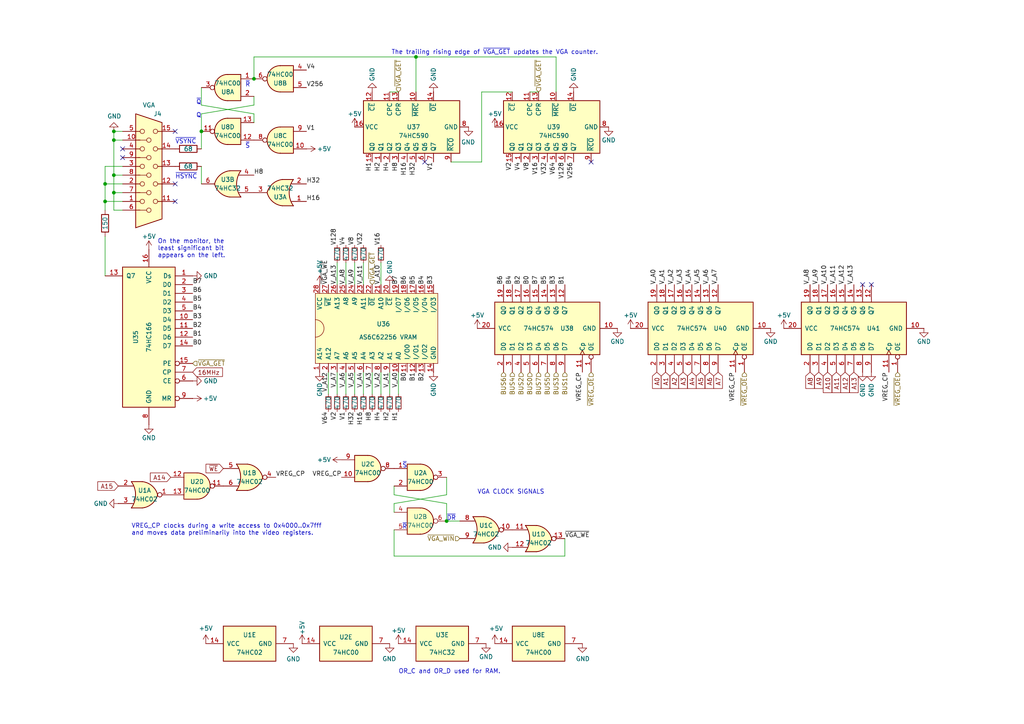
<source format=kicad_sch>
(kicad_sch (version 20250114) (generator "eeschema") (generator_version "9.0")
  (paper "A4")
  (title_block (title "VGA") (date "2025-01-09") (rev "1.4 Redux") (comment 2 "creativecommons.org/licenses/by-nc-sa/4.0/") (comment 3 "This work is licensed under CC BY-NC-SA 4.0") (comment 4 "Author: Carsten Herting (slu4)"))
  (lib_symbols
    (symbol "74xx:74HC00" (pin_names (offset 1.016))
      (property "Reference" "U" (at 0 1.27 0))
      (property "Value" "74HC00" (at 0 -1.27 0))
      (symbol "74HC00_1_1"
        (pin input line (at -7.62 2.54 0) (length 3.81) (name "~") (number "1"))
        (pin input line (at -7.62 -2.54 0) (length 3.81) (name "~") (number "2"))
        (pin output inverted (at 7.62 0 180) (length 3.81) (name "~") (number "3"))
      )
      (symbol "74HC00_1_2"
        (pin input inverted (at -7.62 2.54 0) (length 4.318) (name "~") (number "1"))
        (pin input inverted (at -7.62 -2.54 0) (length 4.318) (name "~") (number "2"))
        (pin output line (at 7.62 0 180) (length 3.81) (name "~") (number "3"))
      )
      (symbol "74HC00_2_1"
        (pin input line (at -7.62 2.54 0) (length 3.81) (name "~") (number "4"))
        (pin input line (at -7.62 -2.54 0) (length 3.81) (name "~") (number "5"))
        (pin output inverted (at 7.62 0 180) (length 3.81) (name "~") (number "6"))
      )
      (symbol "74HC00_2_2"
        (pin input inverted (at -7.62 2.54 0) (length 4.318) (name "~") (number "4"))
        (pin input inverted (at -7.62 -2.54 0) (length 4.318) (name "~") (number "5"))
        (pin output line (at 7.62 0 180) (length 3.81) (name "~") (number "6"))
      )
      (symbol "74HC00_3_1"
        (pin input line (at -7.62 2.54 0) (length 3.81) (name "~") (number "9"))
        (pin input line (at -7.62 -2.54 0) (length 3.81) (name "~") (number "10"))
        (pin output inverted (at 7.62 0 180) (length 3.81) (name "~") (number "8"))
      )
      (symbol "74HC00_3_2"
        (pin input inverted (at -7.62 2.54 0) (length 4.318) (name "~") (number "9"))
        (pin input inverted (at -7.62 -2.54 0) (length 4.318) (name "~") (number "10"))
        (pin output line (at 7.62 0 180) (length 3.81) (name "~") (number "8"))
      )
      (symbol "74HC00_4_1"
        (pin input line (at -7.62 2.54 0) (length 3.81) (name "~") (number "12"))
        (pin input line (at -7.62 -2.54 0) (length 3.81) (name "~") (number "13"))
        (pin output inverted (at 7.62 0 180) (length 3.81) (name "~") (number "11"))
      )
      (symbol "74HC00_4_2"
        (pin input inverted (at -7.62 2.54 0) (length 4.318) (name "~") (number "12"))
        (pin input inverted (at -7.62 -2.54 0) (length 4.318) (name "~") (number "13"))
        (pin output line (at 7.62 0 180) (length 3.81) (name "~") (number "11"))
      )
      (symbol "74HC00_5_0"
        (pin power_in line (at 0 12.7 270) (length 5.08) (name "VCC") (number "14"))
        (pin power_in line (at 0 -12.7 90) (length 5.08) (name "GND") (number "7"))
      )
    )
    (symbol "74xx:74HC590"
      (property "Reference" "U" (at -7.62 16.51 0))
      (property "Value" "74HC590" (at -7.62 -13.97 0))
      (symbol "74HC590_1_0"
        (pin input line (at -10.16 12.7 0) (length 2.54) (name "~{CE}") (number "12"))
        (pin input line (at -10.16 7.62 0) (length 2.54) (name "CPC") (number "11"))
        (pin input line (at -10.16 5.08 0) (length 2.54) (name "CPR") (number "13"))
        (pin input line (at -10.16 0 0) (length 2.54) (name "~{MRC}") (number "10"))
        (pin input line (at -10.16 -5.08 0) (length 2.54) (name "~{OE}") (number "14"))
        (pin power_in line (at 0 17.78 270) (length 2.54) (name "VCC") (number "16"))
        (pin power_in line (at 0 -15.24 90) (length 2.54) (name "GND") (number "8"))
        (pin tri_state line (at 10.16 12.7 180) (length 2.54) (name "Q0") (number "15"))
        (pin tri_state line (at 10.16 10.16 180) (length 2.54) (name "Q1") (number "1"))
        (pin tri_state line (at 10.16 7.62 180) (length 2.54) (name "Q2") (number "2"))
        (pin tri_state line (at 10.16 5.08 180) (length 2.54) (name "Q3") (number "3"))
        (pin tri_state line (at 10.16 2.54 180) (length 2.54) (name "Q4") (number "4"))
        (pin tri_state line (at 10.16 0 180) (length 2.54) (name "Q5") (number "5"))
        (pin tri_state line (at 10.16 -2.54 180) (length 2.54) (name "Q6") (number "6"))
        (pin tri_state line (at 10.16 -5.08 180) (length 2.54) (name "Q7") (number "7"))
        (pin output line (at 10.16 -10.16 180) (length 2.54) (name "~{RCO}") (number "9"))
      )
    )
    (symbol "8-Bit CPU 32k-cache:74HC00" (pin_names (offset 1.016))
      (property "Reference" "U" (at 0 1.27 0))
      (property "Value" "74HC00" (at 0 -1.27 0))
      (symbol "74HC00_1_1"
        (pin input line (at -7.62 2.54 0) (length 3.81) (name "~") (number "1"))
        (pin input line (at -7.62 -2.54 0) (length 3.81) (name "~") (number "2"))
        (pin output inverted (at 7.62 0 180) (length 3.81) (name "~") (number "3"))
      )
      (symbol "74HC00_1_2"
        (pin input inverted (at -7.62 2.54 0) (length 4.318) (name "~") (number "1"))
        (pin input inverted (at -7.62 -2.54 0) (length 4.318) (name "~") (number "2"))
        (pin output line (at 7.62 0 180) (length 3.81) (name "~") (number "3"))
      )
      (symbol "74HC00_2_1"
        (pin input line (at -7.62 2.54 0) (length 3.81) (name "~") (number "4"))
        (pin input line (at -7.62 -2.54 0) (length 3.81) (name "~") (number "5"))
        (pin output inverted (at 7.62 0 180) (length 3.81) (name "~") (number "6"))
      )
      (symbol "74HC00_2_2"
        (pin input inverted (at -7.62 2.54 0) (length 4.318) (name "~") (number "4"))
        (pin input inverted (at -7.62 -2.54 0) (length 4.318) (name "~") (number "5"))
        (pin output line (at 7.62 0 180) (length 3.81) (name "~") (number "6"))
      )
      (symbol "74HC00_3_1"
        (pin input line (at -7.62 2.54 0) (length 3.81) (name "~") (number "9"))
        (pin input line (at -7.62 -2.54 0) (length 3.81) (name "~") (number "10"))
        (pin output inverted (at 7.62 0 180) (length 3.81) (name "~") (number "8"))
      )
      (symbol "74HC00_3_2"
        (pin input inverted (at -7.62 2.54 0) (length 4.318) (name "~") (number "9"))
        (pin input inverted (at -7.62 -2.54 0) (length 4.318) (name "~") (number "10"))
        (pin output line (at 7.62 0 180) (length 3.81) (name "~") (number "8"))
      )
      (symbol "74HC00_4_1"
        (pin input line (at -7.62 2.54 0) (length 3.81) (name "~") (number "12"))
        (pin input line (at -7.62 -2.54 0) (length 3.81) (name "~") (number "13"))
        (pin output inverted (at 7.62 0 180) (length 3.81) (name "~") (number "11"))
      )
      (symbol "74HC00_4_2"
        (pin input inverted (at -7.62 2.54 0) (length 4.318) (name "~") (number "12"))
        (pin input inverted (at -7.62 -2.54 0) (length 4.318) (name "~") (number "13"))
        (pin output line (at 7.62 0 180) (length 3.81) (name "~") (number "11"))
      )
      (symbol "74HC00_5_0"
        (pin power_in line (at 0 12.7 270) (length 5.08) (name "VCC") (number "14"))
        (pin power_in line (at 0 -12.7 90) (length 5.08) (name "GND") (number "7"))
      )
    )
    (symbol "8-Bit CPU 32k-cache:74HC02" (pin_names (offset 1.016))
      (property "Reference" "U" (at 0 1.27 0))
      (property "Value" "74HC02" (at 0 -1.27 0))
      (symbol "74HC02_1_1"
        (pin input line (at -7.62 2.54 0) (length 4.318) (name "~") (number "2"))
        (pin input line (at -7.62 -2.54 0) (length 4.318) (name "~") (number "3"))
        (pin output inverted (at 7.62 0 180) (length 3.81) (name "~") (number "1"))
      )
      (symbol "74HC02_1_2"
        (pin input inverted (at -7.62 2.54 0) (length 3.81) (name "~") (number "2"))
        (pin input inverted (at -7.62 -2.54 0) (length 3.81) (name "~") (number "3"))
        (pin output line (at 7.62 0 180) (length 3.81) (name "~") (number "1"))
      )
      (symbol "74HC02_2_1"
        (pin input line (at -7.62 2.54 0) (length 4.318) (name "~") (number "5"))
        (pin input line (at -7.62 -2.54 0) (length 4.318) (name "~") (number "6"))
        (pin output inverted (at 7.62 0 180) (length 3.81) (name "~") (number "4"))
      )
      (symbol "74HC02_2_2"
        (pin input inverted (at -7.62 2.54 0) (length 3.81) (name "~") (number "5"))
        (pin input inverted (at -7.62 -2.54 0) (length 3.81) (name "~") (number "6"))
        (pin output line (at 7.62 0 180) (length 3.81) (name "~") (number "4"))
      )
      (symbol "74HC02_3_1"
        (pin input line (at -7.62 2.54 0) (length 4.318) (name "~") (number "8"))
        (pin input line (at -7.62 -2.54 0) (length 4.318) (name "~") (number "9"))
        (pin output inverted (at 7.62 0 180) (length 3.81) (name "~") (number "10"))
      )
      (symbol "74HC02_3_2"
        (pin input inverted (at -7.62 2.54 0) (length 3.81) (name "~") (number "8"))
        (pin input inverted (at -7.62 -2.54 0) (length 3.81) (name "~") (number "9"))
        (pin output line (at 7.62 0 180) (length 3.81) (name "~") (number "10"))
      )
      (symbol "74HC02_4_1"
        (pin input line (at -7.62 2.54 0) (length 4.318) (name "~") (number "11"))
        (pin input line (at -7.62 -2.54 0) (length 4.318) (name "~") (number "12"))
        (pin output inverted (at 7.62 0 180) (length 3.81) (name "~") (number "13"))
      )
      (symbol "74HC02_4_2"
        (pin input inverted (at -7.62 2.54 0) (length 3.81) (name "~") (number "11"))
        (pin input inverted (at -7.62 -2.54 0) (length 3.81) (name "~") (number "12"))
        (pin output line (at 7.62 0 180) (length 3.81) (name "~") (number "13"))
      )
      (symbol "74HC02_5_0"
        (pin power_in line (at 0 12.7 270) (length 5.08) (name "VCC") (number "14"))
        (pin power_in line (at 0 -12.7 90) (length 5.08) (name "GND") (number "7"))
      )
    )
    (symbol "8-Bit CPU 32k:74HC166" (pin_names (offset 1.016))
      (property "Reference" "U" (at 2.54 0 90))
      (property "Value" "74HC166" (at -1.27 0 90))
      (symbol "74HC166_1_0"
        (pin input line (at -12.7 17.78 0) (length 5.08) (name "Ds") (number "1"))
        (pin input line (at -12.7 15.24 0) (length 5.08) (name "D0") (number "2"))
        (pin input line (at -12.7 12.7 0) (length 5.08) (name "D1") (number "3"))
        (pin input line (at -12.7 10.16 0) (length 5.08) (name "D2") (number "4"))
        (pin input line (at -12.7 7.62 0) (length 5.08) (name "D3") (number "5"))
        (pin input line (at -12.7 5.08 0) (length 5.08) (name "D4") (number "10"))
        (pin input line (at -12.7 2.54 0) (length 5.08) (name "D5") (number "11"))
        (pin input line (at -12.7 0 0) (length 5.08) (name "D6") (number "12"))
        (pin input line (at -12.7 -2.54 0) (length 5.08) (name "D7") (number "14"))
        (pin input inverted (at -12.7 -7.62 0) (length 5.08) (name "PE") (number "15"))
        (pin input line (at -12.7 -10.16 0) (length 5.08) (name "CP") (number "7"))
        (pin input inverted (at -12.7 -12.7 0) (length 5.08) (name "CE") (number "6"))
        (pin input inverted (at -12.7 -17.78 0) (length 5.08) (name "MR") (number "9"))
        (pin power_in line (at 0 25.4 270) (length 5.08) (name "VCC") (number "16"))
        (pin power_in line (at 0 -25.4 90) (length 5.08) (name "GND") (number "8"))
        (pin output line (at 12.7 17.78 180) (length 5.08) (name "Q7") (number "13"))
      )
    )
    (symbol "8-Bit CPU 32k:74HC32" (pin_names (offset 1.016))
      (property "Reference" "U" (at 0 1.27 0))
      (property "Value" "74HC32" (at 0 -1.27 0))
      (symbol "74HC32_1_1"
        (pin input line (at -7.62 2.54 0) (length 4.318) (name "~") (number "1"))
        (pin input line (at -7.62 -2.54 0) (length 4.318) (name "~") (number "2"))
        (pin output line (at 7.62 0 180) (length 3.81) (name "~") (number "3"))
      )
      (symbol "74HC32_1_2"
        (pin input inverted (at -7.62 2.54 0) (length 3.81) (name "~") (number "1"))
        (pin input inverted (at -7.62 -2.54 0) (length 3.81) (name "~") (number "2"))
        (pin output inverted (at 7.62 0 180) (length 3.81) (name "~") (number "3"))
      )
      (symbol "74HC32_2_1"
        (pin input line (at -7.62 2.54 0) (length 4.318) (name "~") (number "4"))
        (pin input line (at -7.62 -2.54 0) (length 4.318) (name "~") (number "5"))
        (pin output line (at 7.62 0 180) (length 3.81) (name "~") (number "6"))
      )
      (symbol "74HC32_2_2"
        (pin input inverted (at -7.62 2.54 0) (length 3.81) (name "~") (number "4"))
        (pin input inverted (at -7.62 -2.54 0) (length 3.81) (name "~") (number "5"))
        (pin output inverted (at 7.62 0 180) (length 3.81) (name "~") (number "6"))
      )
      (symbol "74HC32_3_1"
        (pin input line (at -7.62 2.54 0) (length 4.318) (name "~") (number "9"))
        (pin input line (at -7.62 -2.54 0) (length 4.318) (name "~") (number "10"))
        (pin output line (at 7.62 0 180) (length 3.81) (name "~") (number "8"))
      )
      (symbol "74HC32_3_2"
        (pin input inverted (at -7.62 2.54 0) (length 3.81) (name "~") (number "9"))
        (pin input inverted (at -7.62 -2.54 0) (length 3.81) (name "~") (number "10"))
        (pin output inverted (at 7.62 0 180) (length 3.81) (name "~") (number "8"))
      )
      (symbol "74HC32_4_1"
        (pin input line (at -7.62 2.54 0) (length 4.318) (name "~") (number "12"))
        (pin input line (at -7.62 -2.54 0) (length 4.318) (name "~") (number "13"))
        (pin output line (at 7.62 0 180) (length 3.81) (name "~") (number "11"))
      )
      (symbol "74HC32_4_2"
        (pin input inverted (at -7.62 2.54 0) (length 3.81) (name "~") (number "12"))
        (pin input inverted (at -7.62 -2.54 0) (length 3.81) (name "~") (number "13"))
        (pin output inverted (at 7.62 0 180) (length 3.81) (name "~") (number "11"))
      )
      (symbol "74HC32_5_0"
        (pin power_in line (at 0 12.7 270) (length 5.08) (name "VCC") (number "14"))
        (pin power_in line (at 0 -12.7 90) (length 5.08) (name "GND") (number "7"))
      )
    )
    (symbol "8-Bit CPU 32k:74HC574" (pin_names (offset 1.016))
      (property "Reference" "U" (at -7.62 16.51 0))
      (property "Value" "74HC574" (at -7.62 -16.51 0))
      (symbol "74HC574_1_0"
        (pin input line (at -12.7 12.7 0) (length 5.08) (name "D0") (number "2"))
        (pin input line (at -12.7 10.16 0) (length 5.08) (name "D1") (number "3"))
        (pin input line (at -12.7 7.62 0) (length 5.08) (name "D2") (number "4"))
        (pin input line (at -12.7 5.08 0) (length 5.08) (name "D3") (number "5"))
        (pin input line (at -12.7 2.54 0) (length 5.08) (name "D4") (number "6"))
        (pin input line (at -12.7 0 0) (length 5.08) (name "D5") (number "7"))
        (pin input line (at -12.7 -2.54 0) (length 5.08) (name "D6") (number "8"))
        (pin input line (at -12.7 -5.08 0) (length 5.08) (name "D7") (number "9"))
        (pin input clock (at -12.7 -10.16 0) (length 5.08) (name "Cp") (number "11"))
        (pin input inverted (at -12.7 -12.7 0) (length 5.08) (name "OE") (number "1"))
        (pin power_in line (at 0 20.32 270) (length 5.08) (name "VCC") (number "20"))
        (pin power_in line (at 0 -20.32 90) (length 5.08) (name "GND") (number "10"))
        (pin tri_state line (at 12.7 12.7 180) (length 5.08) (name "Q0") (number "19"))
        (pin tri_state line (at 12.7 10.16 180) (length 5.08) (name "Q1") (number "18"))
        (pin tri_state line (at 12.7 7.62 180) (length 5.08) (name "Q2") (number "17"))
        (pin tri_state line (at 12.7 5.08 180) (length 5.08) (name "Q3") (number "16"))
        (pin tri_state line (at 12.7 2.54 180) (length 5.08) (name "Q4") (number "15"))
        (pin tri_state line (at 12.7 0 180) (length 5.08) (name "Q5") (number "14"))
        (pin tri_state line (at 12.7 -2.54 180) (length 5.08) (name "Q6") (number "13"))
        (pin tri_state line (at 12.7 -5.08 180) (length 5.08) (name "Q7") (number "12"))
      )
    )
    (symbol "8-Bit CPU 32k:AS6C62256" (pin_names (offset 1.016))
      (property "Reference" "U" (at -8.89 20.32 0))
      (property "Value" "AS6C62256" (at 5.08 -17.78 0))
      (symbol "AS6C62256_1_1"
        (pin input line (at -12.7 17.78 0) (length 2.54) (name "A14") (number "1"))
        (pin input line (at -12.7 15.24 0) (length 2.54) (name "A12") (number "2"))
        (pin input line (at -12.7 12.7 0) (length 2.54) (name "A7") (number "3"))
        (pin input line (at -12.7 10.16 0) (length 2.54) (name "A6") (number "4"))
        (pin input line (at -12.7 7.62 0) (length 2.54) (name "A5") (number "5"))
        (pin input line (at -12.7 5.08 0) (length 2.54) (name "A4") (number "6"))
        (pin input line (at -12.7 2.54 0) (length 2.54) (name "A3") (number "7"))
        (pin input line (at -12.7 0 0) (length 2.54) (name "A2") (number "8"))
        (pin input line (at -12.7 -2.54 0) (length 2.54) (name "A1") (number "9"))
        (pin input line (at -12.7 -5.08 0) (length 2.54) (name "A0") (number "10"))
        (pin bidirectional line (at -12.7 -7.62 0) (length 2.54) (name "I/O0") (number "11"))
        (pin bidirectional line (at -12.7 -10.16 0) (length 2.54) (name "I/O1") (number "12"))
        (pin bidirectional line (at -12.7 -12.7 0) (length 2.54) (name "I/O2") (number "13"))
        (pin power_in line (at -12.7 -15.24 0) (length 2.54) (name "GND") (number "14"))
        (pin power_in line (at 12.7 17.78 180) (length 2.54) (name "VCC") (number "28"))
        (pin input line (at 12.7 15.24 180) (length 2.54) (name "~{WE}") (number "27"))
        (pin input line (at 12.7 12.7 180) (length 2.54) (name "A13") (number "26"))
        (pin input line (at 12.7 10.16 180) (length 2.54) (name "A8") (number "25"))
        (pin input line (at 12.7 7.62 180) (length 2.54) (name "A9") (number "24"))
        (pin input line (at 12.7 5.08 180) (length 2.54) (name "A11") (number "23"))
        (pin input line (at 12.7 2.54 180) (length 2.54) (name "~{OE}") (number "22"))
        (pin input line (at 12.7 0 180) (length 2.54) (name "A10") (number "21"))
        (pin input line (at 12.7 -2.54 180) (length 2.54) (name "~{CE}") (number "20"))
        (pin bidirectional line (at 12.7 -5.08 180) (length 2.54) (name "I/O7") (number "19"))
        (pin bidirectional line (at 12.7 -7.62 180) (length 2.54) (name "I/O6") (number "18"))
        (pin bidirectional line (at 12.7 -10.16 180) (length 2.54) (name "I/O5") (number "17"))
        (pin bidirectional line (at 12.7 -12.7 180) (length 2.54) (name "I/O4") (number "16"))
        (pin bidirectional line (at 12.7 -15.24 180) (length 2.54) (name "I/O3") (number "15"))
      )
    )
    (symbol "Connector:DB15_Female_HighDensity" (pin_names (offset 1.016) (hide yes))
      (property "Reference" "J" (at 0 21.59 0))
      (property "Value" "DB15_Female_HighDensity" (at 0 19.05 0))
      (symbol "DB15_Female_HighDensity_1_1"
        (pin passive line (at -7.62 12.7 0) (length 5.08) (name "~") (number "6"))
        (pin passive line (at -7.62 10.16 0) (length 5.08) (name "~") (number "1"))
        (pin passive line (at -7.62 7.62 0) (length 5.08) (name "~") (number "7"))
        (pin passive line (at -7.62 5.08 0) (length 5.08) (name "~") (number "2"))
        (pin passive line (at -7.62 2.54 0) (length 5.08) (name "~") (number "8"))
        (pin passive line (at -7.62 0 0) (length 5.08) (name "~") (number "3"))
        (pin passive line (at -7.62 -2.54 0) (length 5.08) (name "~") (number "9"))
        (pin passive line (at -7.62 -5.08 0) (length 5.08) (name "~") (number "4"))
        (pin passive line (at -7.62 -7.62 0) (length 5.08) (name "~") (number "10"))
        (pin passive line (at -7.62 -10.16 0) (length 5.08) (name "~") (number "5"))
        (pin passive line (at 7.62 10.16 180) (length 5.08) (name "~") (number "11"))
        (pin passive line (at 7.62 5.08 180) (length 5.08) (name "~") (number "12"))
        (pin passive line (at 7.62 0 180) (length 5.08) (name "~") (number "13"))
        (pin passive line (at 7.62 -5.08 180) (length 5.08) (name "~") (number "14"))
        (pin passive line (at 7.62 -10.16 180) (length 5.08) (name "~") (number "15"))
      )
    )
    (symbol "Device:R" (pin_numbers (hide yes)) (pin_names (offset 0))
      (property "Reference" "R" (at 2.032 0 90))
      (property "Value" "R" (at 0 0 90))
      (symbol "R_1_1"
        (pin passive line (at 0 3.81 270) (length 1.27) (name "~") (number "1"))
        (pin passive line (at 0 -3.81 90) (length 1.27) (name "~") (number "2"))
      )
    )
    (symbol "Device:R_Small" (pin_numbers (hide yes)) (pin_names (offset 0.254) (hide yes))
      (property "Reference" "R" (at 0 0 90))
      (property "Value" "R_Small" (at 1.778 0 90))
      (symbol "R_Small_1_1"
        (pin passive line (at 0 2.54 270) (length 0.762) (name "~") (number "1"))
        (pin passive line (at 0 -2.54 90) (length 0.762) (name "~") (number "2"))
      )
    )
    (symbol "power:+5V" (power) (pin_numbers (hide yes)) (pin_names (offset 0) (hide yes))
      (property "Value" "+5V" (at 0 3.556 0))
      (symbol "+5V_1_1"
        (pin power_in line (at 0 0 90) (length 0) (name "~") (number "1"))
      )
    )
    (symbol "power:GND" (power) (pin_numbers (hide yes)) (pin_names (offset 0) (hide yes))
      (property "Value" "GND" (at 0 -3.81 0))
      (symbol "GND_1_1"
        (pin power_in line (at 0 0 270) (length 0) (name "~") (number "1"))
      )
    )
  )
  (text "~{S}" (at 118.11 135.89 0) (effects (font (size 1.27 1.27)) (justify right bottom)))
  (text "VREG_CP clocks during a write access to 0x4000..0x7fff\nand moves data preliminarily into the video registers." (at 38.1 153.67 0) (effects (font (size 1.27 1.27)) (justify left)))
  (text "~{DR}" (at 129.54 151.13 0) (effects (font (size 1.27 1.27)) (justify left bottom)))
  (text "~{R}" (at 118.11 153.67 0) (effects (font (size 1.27 1.27)) (justify right bottom)))
  (text "On the monitor, the\nleast significant bit\nappears on the left." (at 45.72 74.93 0) (effects (font (size 1.27 1.27)) (justify left bottom)))
  (text "~{S}" (at 71.12 43.18 0) (effects (font (size 1.27 1.27)) (justify left bottom)))
  (text "~{Q}" (at 58.42 30.48 0) (effects (font (size 1.27 1.27)) (justify right bottom)))
  (text "Q" (at 58.42 34.29 0) (effects (font (size 1.27 1.27)) (justify right bottom)))
  (text "~{HSYNC}" (at 50.8 52.07 0) (effects (font (size 1.27 1.27)) (justify left bottom)))
  (text "OR_C and OR_D used for RAM." (at 115.57 195.58 0) (effects (font (size 1.27 1.27)) (justify left bottom)))
  (text "~{VSYNC}" (at 50.8 41.91 0) (effects (font (size 1.27 1.27)) (justify left bottom)))
  (text "~{R}" (at 71.12 25.4 0) (effects (font (size 1.27 1.27)) (justify left bottom)))
  (text "The trailing rising edge of ~{VGA_GET} updates the VGA counter." (at 143.51 15.24 0) (effects (font (size 1.27 1.27))))
  (text "VGA CLOCK SIGNALS" (at 138.43 143.51 0) (effects (font (size 1.27 1.27)) (justify left bottom)))
  (junction (at 33.02 40.64))
  (junction (at 120.65 16.51))
  (junction (at 58.42 38.1))
  (junction (at 129.54 151.13))
  (junction (at 33.02 50.8))
  (junction (at 30.48 58.42))
  (junction (at 30.48 53.34))
  (junction (at 73.66 22.86))
  (junction (at 33.02 38.1))
  (junction (at 33.02 55.88))
  (no_connect (at 250.19 82.55))
  (no_connect (at 123.19 46.99))
  (no_connect (at 50.8 53.34))
  (no_connect (at 50.8 38.1))
  (no_connect (at 171.45 46.99))
  (no_connect (at 35.56 43.18))
  (no_connect (at 252.73 82.55))
  (no_connect (at 50.8 58.42))
  (no_connect (at 35.56 45.72))
  (wire (pts (xy 110.49 82.55) (xy 110.49 76.2)))
  (wire (pts (xy 129.54 151.13) (xy 133.35 151.13)))
  (wire (pts (xy 114.3 146.05) (xy 129.54 143.51)))
  (wire (pts (xy 73.66 33.02) (xy 73.66 35.56)))
  (wire (pts (xy 114.3 153.67) (xy 114.3 161.29)))
  (wire (pts (xy 100.33 107.95) (xy 100.33 114.3)))
  (wire (pts (xy 102.87 107.95) (xy 102.87 114.3)))
  (wire (pts (xy 33.02 40.64) (xy 35.56 40.64)))
  (wire (pts (xy 114.3 148.59) (xy 114.3 146.05)))
  (wire (pts (xy 58.42 38.1) (xy 58.42 43.18)))
  (wire (pts (xy 130.81 46.99) (xy 139.7 46.99)))
  (wire (pts (xy 30.48 53.34) (xy 30.48 58.42)))
  (wire (pts (xy 33.02 50.8) (xy 33.02 40.64)))
  (wire (pts (xy 58.42 33.02) (xy 73.66 30.48)))
  (wire (pts (xy 30.48 58.42) (xy 30.48 60.96)))
  (wire (pts (xy 163.83 156.21) (xy 163.83 161.29)))
  (wire (pts (xy 35.56 48.26) (xy 30.48 48.26)))
  (wire (pts (xy 148.59 26.67) (xy 139.7 26.67)))
  (wire (pts (xy 102.87 76.2) (xy 102.87 82.55)))
  (wire (pts (xy 114.3 143.51) (xy 129.54 146.05)))
  (wire (pts (xy 129.54 143.51) (xy 129.54 138.43)))
  (wire (pts (xy 35.56 60.96) (xy 33.02 60.96)))
  (wire (pts (xy 97.79 82.55) (xy 97.79 76.2)))
  (wire (pts (xy 73.66 16.51) (xy 73.66 22.86)))
  (wire (pts (xy 105.41 114.3) (xy 105.41 107.95)))
  (wire (pts (xy 33.02 60.96) (xy 33.02 55.88)))
  (wire (pts (xy 97.79 107.95) (xy 97.79 114.3)))
  (wire (pts (xy 161.29 26.67) (xy 161.29 16.51)))
  (wire (pts (xy 33.02 55.88) (xy 33.02 50.8)))
  (wire (pts (xy 33.02 55.88) (xy 35.56 55.88)))
  (wire (pts (xy 33.02 38.1) (xy 35.56 38.1)))
  (wire (pts (xy 100.33 82.55) (xy 100.33 76.2)))
  (wire (pts (xy 33.02 40.64) (xy 33.02 38.1)))
  (wire (pts (xy 73.66 33.02) (xy 58.42 30.48)))
  (wire (pts (xy 120.65 16.51) (xy 161.29 16.51)))
  (wire (pts (xy 30.48 58.42) (xy 35.56 58.42)))
  (wire (pts (xy 120.65 16.51) (xy 73.66 16.51)))
  (wire (pts (xy 58.42 25.4) (xy 58.42 30.48)))
  (wire (pts (xy 110.49 114.3) (xy 110.49 107.95)))
  (wire (pts (xy 58.42 33.02) (xy 58.42 38.1)))
  (wire (pts (xy 156.21 26.67) (xy 153.67 26.67)))
  (wire (pts (xy 58.42 53.34) (xy 58.42 48.26)))
  (wire (pts (xy 30.48 68.58) (xy 30.48 80.01)))
  (wire (pts (xy 114.3 161.29) (xy 163.83 161.29)))
  (wire (pts (xy 30.48 48.26) (xy 30.48 53.34)))
  (wire (pts (xy 33.02 50.8) (xy 35.56 50.8)))
  (wire (pts (xy 113.03 114.3) (xy 113.03 107.95)))
  (wire (pts (xy 30.48 53.34) (xy 35.56 53.34)))
  (wire (pts (xy 115.57 114.3) (xy 115.57 107.95)))
  (wire (pts (xy 139.7 26.67) (xy 139.7 46.99)))
  (wire (pts (xy 114.3 140.97) (xy 114.3 143.51)))
  (wire (pts (xy 107.95 114.3) (xy 107.95 107.95)))
  (wire (pts (xy 105.41 82.55) (xy 105.41 76.2)))
  (wire (pts (xy 73.66 30.48) (xy 73.66 27.94)))
  (wire (pts (xy 120.65 16.51) (xy 120.65 26.67)))
  (wire (pts (xy 113.03 26.67) (xy 115.57 26.67)))
  (wire (pts (xy 129.54 146.05) (xy 129.54 151.13)))
  (wire (pts (xy 95.25 107.95) (xy 95.25 114.3)))
  (label "H1" (at 115.57 119.38 270))
  (label "V16" (at 110.49 71.12 90))
  (label "V32" (at 158.75 46.99 270))
  (label "B3" (at 125.73 82.55 90))
  (label "VREG_CP" (at 168.91 107.95 270))
  (label "B4" (at 148.59 82.55 90))
  (label "H4" (at 113.03 46.99 270))
  (label "V4" (at 151.13 46.99 270))
  (label "B7" (at 55.88 82.55 0))
  (label "V2" (at 148.59 46.99 270))
  (label "V_A9" (at 237.49 82.55 90))
  (label "H8" (at 73.66 50.8 0))
  (label "H32" (at 102.87 119.38 270))
  (label "H32" (at 120.65 46.99 270))
  (label "B1" (at 120.65 107.95 270))
  (label "V_A10" (at 110.49 82.55 90))
  (label "B5" (at 158.75 82.55 90))
  (label "~{VGA_WE}" (at 95.25 82.55 90))
  (label "V_A12" (at 245.11 82.55 90))
  (label "V_A9" (at 102.87 82.55 90))
  (label "B0" (at 55.88 100.33 0))
  (label "V_A7" (at 208.28 82.55 90))
  (label "H16" (at 118.11 46.99 270))
  (label "V256" (at 166.37 46.99 270))
  (label "B2" (at 123.19 107.95 270))
  (label "V1" (at 88.9 38.1 0))
  (label "V128" (at 163.83 46.99 270))
  (label "B4" (at 55.88 90.17 0))
  (label "H4" (at 110.49 119.38 270))
  (label "V1" (at 100.33 119.38 270))
  (label "V64" (at 95.25 119.38 270))
  (label "B3" (at 55.88 92.71 0))
  (label "V_A11" (at 242.57 82.55 90))
  (label "V64" (at 161.29 46.99 270))
  (label "VREG_CP" (at 257.81 107.95 270))
  (label "H16" (at 88.9 58.42 0))
  (label "V2" (at 97.79 119.38 270))
  (label "V_A13" (at 97.79 82.55 90))
  (label "B1" (at 163.83 82.55 90))
  (label "V_A6" (at 205.74 82.55 90))
  (label "V_A1" (at 113.03 107.95 270))
  (label "V_A0" (at 115.57 107.95 270))
  (label "B7" (at 156.21 82.55 90))
  (label "V_A10" (at 240.03 82.55 90))
  (label "V256" (at 88.9 25.4 0))
  (label "V_A5" (at 102.87 107.95 270))
  (label "B6" (at 55.88 85.09 0))
  (label "V128" (at 97.79 71.12 90))
  (label "V_A3" (at 198.12 82.55 90))
  (label "V_A2" (at 195.58 82.55 90))
  (label "B1" (at 55.88 97.79 0))
  (label "H2" (at 110.49 46.99 270))
  (label "B3" (at 161.29 82.55 90))
  (label "V32" (at 105.41 71.12 90))
  (label "V_A3" (at 107.95 107.95 270))
  (label "V4" (at 100.33 71.12 90))
  (label "V4" (at 88.9 20.32 0))
  (label "V1" (at 125.73 46.99 270))
  (label "H32" (at 88.9 53.34 0))
  (label "V_A4" (at 105.41 107.95 270))
  (label "V_A11" (at 105.41 82.55 90))
  (label "B5" (at 55.88 87.63 0))
  (label "V_A7" (at 97.79 107.95 270))
  (label "V_A4" (at 200.66 82.55 90))
  (label "H8" (at 115.57 46.99 270))
  (label "V_A13" (at 247.65 82.55 90))
  (label "V_A0" (at 190.5 82.55 90))
  (label "B2" (at 55.88 95.25 0))
  (label "V_A8" (at 100.33 82.55 90))
  (label "B7" (at 115.57 82.55 90))
  (label "H2" (at 113.03 119.38 270))
  (label "B0" (at 118.11 107.95 270))
  (label "VREG_CP" (at 80.01 138.43 0))
  (label "~{VGA_WE}" (at 163.83 156.21 0))
  (label "H8" (at 107.95 119.38 270))
  (label "B0" (at 153.67 82.55 90))
  (label "B6" (at 146.05 82.55 90))
  (label "B4" (at 123.19 82.55 90))
  (label "V16" (at 156.21 46.99 270))
  (label "V8" (at 102.87 71.12 90))
  (label "V_A5" (at 203.2 82.55 90))
  (label "B5" (at 120.65 82.55 90))
  (label "V8" (at 153.67 46.99 270))
  (label "B2" (at 151.13 82.55 90))
  (label "V_A8" (at 234.95 82.55 90))
  (label "VREG_CP" (at 213.36 107.95 270))
  (label "V_A6" (at 100.33 107.95 270))
  (label "B6" (at 118.11 82.55 90))
  (label "VREG_CP" (at 99.06 138.43 180))
  (label "V_A1" (at 193.04 82.55 90))
  (label "H1" (at 107.95 46.99 270))
  (label "V_A2" (at 110.49 107.95 270))
  (label "V_A12" (at 95.25 107.95 270))
  (label "H16" (at 105.41 119.38 270))
  (global_label "A2" (shape input) (at 195.58 107.95 270) (property "Intersheetrefs" "${INTERSHEET_REFS}" (effects (hide yes))))
  (global_label "A10" (shape input) (at 240.03 107.95 270) (property "Intersheetrefs" "${INTERSHEET_REFS}" (effects (hide yes))))
  (global_label "A8" (shape input) (at 234.95 107.95 270) (property "Intersheetrefs" "${INTERSHEET_REFS}" (effects (hide yes))))
  (global_label "A9" (shape input) (at 237.49 107.95 270) (property "Intersheetrefs" "${INTERSHEET_REFS}" (effects (hide yes))))
  (global_label "A11" (shape input) (at 242.57 107.95 270) (property "Intersheetrefs" "${INTERSHEET_REFS}" (effects (hide yes))))
  (global_label "A7" (shape input) (at 208.28 107.95 270) (property "Intersheetrefs" "${INTERSHEET_REFS}" (effects (hide yes))))
  (global_label "~{WE}" (shape input) (at 64.77 135.89 180) (property "Intersheetrefs" "${INTERSHEET_REFS}" (effects (hide yes))))
  (global_label "A0" (shape input) (at 190.5 107.95 270) (property "Intersheetrefs" "${INTERSHEET_REFS}" (effects (hide yes))))
  (global_label "A15" (shape input) (at 34.29 140.97 180) (property "Intersheetrefs" "${INTERSHEET_REFS}" (effects (hide yes))))
  (global_label "16MHz" (shape input) (at 55.88 107.95 0) (property "Intersheetrefs" "${INTERSHEET_REFS}" (effects (hide yes))))
  (global_label "A12" (shape input) (at 245.11 107.95 270) (property "Intersheetrefs" "${INTERSHEET_REFS}" (effects (hide yes))))
  (global_label "A6" (shape input) (at 205.74 107.95 270) (property "Intersheetrefs" "${INTERSHEET_REFS}" (effects (hide yes))))
  (global_label "A4" (shape input) (at 200.66 107.95 270) (property "Intersheetrefs" "${INTERSHEET_REFS}" (effects (hide yes))))
  (global_label "A14" (shape input) (at 49.53 138.43 180) (property "Intersheetrefs" "${INTERSHEET_REFS}" (effects (hide yes))))
  (global_label "A1" (shape input) (at 193.04 107.95 270) (property "Intersheetrefs" "${INTERSHEET_REFS}" (effects (hide yes))))
  (global_label "A3" (shape input) (at 198.12 107.95 270) (property "Intersheetrefs" "${INTERSHEET_REFS}" (effects (hide yes))))
  (global_label "A13" (shape input) (at 247.65 107.95 270) (property "Intersheetrefs" "${INTERSHEET_REFS}" (effects (hide yes))))
  (global_label "A5" (shape input) (at 203.2 107.95 270) (property "Intersheetrefs" "${INTERSHEET_REFS}" (effects (hide yes))))
  (hierarchical_label "BUS5" (shape input) (at 158.75 107.95 270))
  (hierarchical_label "~{VGA_GET}" (shape input) (at 107.95 82.55 90))
  (hierarchical_label "~{VGA_GET}" (shape input) (at 55.88 105.41 0))
  (hierarchical_label "BUS7" (shape input) (at 156.21 107.95 270))
  (hierarchical_label "BUS1" (shape input) (at 163.83 107.95 270))
  (hierarchical_label "~{VGA_GET}" (shape input) (at 115.57 26.67 90))
  (hierarchical_label "~{VREG_OE}" (shape input) (at 171.45 107.95 270))
  (hierarchical_label "~{VREG_OE}" (shape input) (at 260.35 107.95 270))
  (hierarchical_label "BUS4" (shape input) (at 148.59 107.95 270))
  (hierarchical_label "BUS6" (shape input) (at 146.05 107.95 270))
  (hierarchical_label "~{VGA_WIN}" (shape input) (at 133.35 156.21 180))
  (hierarchical_label "BUS0" (shape input) (at 153.67 107.95 270))
  (hierarchical_label "~{VREG_OE}" (shape input) (at 215.9 107.95 270))
  (hierarchical_label "BUS2" (shape input) (at 151.13 107.95 270))
  (hierarchical_label "~{VGA_GET}" (shape input) (at 156.21 26.67 90))
  (hierarchical_label "BUS3" (shape input) (at 161.29 107.95 270))
  (symbol (lib_id "Device:R_Small") (at 95.25 116.84 0) (unit 1)
    (property "Reference" "R21" (effects (hide yes)))
    (property "Value" "470" (at 95.25 118.745 90) (effects (justify left)))
    (property "Footprint" "Resistor_THT:R_Axial_DIN0207_L6.3mm_D2.5mm_P7.62mm_Horizontal" (effects (hide yes)))
    (property "Description" "Resistor, small symbol" (effects (hide yes)))
  )
  (symbol (lib_id "power:GND") (at 55.88 110.49 90) (mirror x) (unit 1)
    (property "Reference" "#PWR0169" (effects (hide yes)))
    (property "Value" "GND" (at 59.055 110.49 90) (effects (justify right)))
    (property "Description" "Power symbol creates a global label with name \"GND\" , ground" (effects (hide yes)))
  )
  (symbol (lib_id "power:GND") (at 223.52 95.25 0) (mirror y) (unit 1)
    (property "Reference" "#PWR0186" (effects (hide yes)))
    (property "Value" "GND" (at 223.52 99.06 0))
    (property "Description" "Power symbol creates a global label with name \"GND\" , ground" (effects (hide yes)))
  )
  (symbol (lib_id "power:+5V") (at 99.06 133.35 90) (unit 1)
    (property "Reference" "#PWR011" (effects (hide yes)))
    (property "Value" "+5V" (at 93.98 133.35 90))
    (property "Description" "Power symbol creates a global label with name \"+5V\"" (effects (hide yes)))
  )
  (symbol (lib_id "Device:R_Small") (at 100.33 73.66 180) (unit 1)
    (property "Reference" "R17" (effects (hide yes)))
    (property "Value" "470" (at 100.33 71.755 90) (effects (justify left)))
    (property "Footprint" "Resistor_THT:R_Axial_DIN0207_L6.3mm_D2.5mm_P7.62mm_Horizontal" (effects (hide yes)))
    (property "Description" "Resistor, small symbol" (effects (hide yes)))
  )
  (symbol (lib_id "power:GND") (at 168.91 186.69 0) (unit 1)
    (property "Reference" "#PWR0167" (effects (hide yes)))
    (property "Value" "GND" (at 169.037 191.0842 0))
    (property "Description" "Power symbol creates a global label with name \"GND\" , ground" (effects (hide yes)))
  )
  (symbol (lib_id "Connector:DB15_Female_HighDensity") (at 43.18 48.26 0) (mirror x) (unit 1)
    (property "Reference" "J4" (at 45.72 33.02 0))
    (property "Value" "VGA" (at 43.18 30.48 0))
    (property "Footprint" "ArduinoPC:VGA DSUB15HD_female" (effects (hide yes)))
    (property "Datasheet" " ~" (effects (hide yes)))
  )
  (symbol (lib_id "power:GND") (at 267.97 95.25 0) (mirror y) (unit 1)
    (property "Reference" "#PWR0190" (effects (hide yes)))
    (property "Value" "GND" (at 267.97 99.06 0))
    (property "Description" "Power symbol creates a global label with name \"GND\" , ground" (effects (hide yes)))
  )
  (symbol (lib_id "Device:R_Small") (at 115.57 116.84 0) (unit 1)
    (property "Reference" "R9" (effects (hide yes)))
    (property "Value" "470" (at 115.57 118.745 90) (effects (justify left)))
    (property "Footprint" "Resistor_THT:R_Axial_DIN0207_L6.3mm_D2.5mm_P7.62mm_Horizontal" (effects (hide yes)))
    (property "Description" "Resistor, small symbol" (effects (hide yes)))
  )
  (symbol (lib_id "Device:R") (at 54.61 43.18 270) (unit 1)
    (property "Reference" "R7" (effects (hide yes)))
    (property "Value" "68" (at 54.61 43.18 90))
    (property "Footprint" "Resistor_THT:R_Axial_DIN0207_L6.3mm_D2.5mm_P7.62mm_Horizontal" (effects (hide yes)))
    (property "Description" "Resistor" (effects (hide yes)))
  )
  (symbol (lib_id "power:+5V") (at 87.63 186.69 0) (unit 1)
    (property "Reference" "#PWR08" (effects (hide yes)))
    (property "Value" "+5V" (at 87.63 184.15 90) (effects (justify left)))
    (property "Description" "Power symbol creates a global label with name \"+5V\"" (effects (hide yes)))
  )
  (symbol (lib_id "power:+5V") (at 138.43 95.25 0) (mirror y) (unit 1)
    (property "Reference" "#PWR0180" (effects (hide yes)))
    (property "Value" "+5V" (at 138.43 91.44 0))
    (property "Description" "Power symbol creates a global label with name \"+5V\"" (effects (hide yes)))
  )
  (symbol (lib_id "8-Bit CPU 32k-cache:74HC00") (at 121.92 151.13 0) (unit 2)
    (property "Reference" "U2" (at 121.92 149.8631 0))
    (property "Value" "74HC00" (at 121.92 152.4 0))
    (property "Footprint" "Package_DIP:DIP-14_W7.62mm_Socket" (effects (hide yes)))
  )
  (symbol (lib_id "Device:R") (at 30.48 64.77 0) (mirror x) (unit 1)
    (property "Reference" "R6" (effects (hide yes)))
    (property "Value" "150" (at 30.48 64.77 90))
    (property "Footprint" "Resistor_THT:R_Axial_DIN0207_L6.3mm_D2.5mm_P7.62mm_Horizontal" (effects (hide yes)))
    (property "Description" "Resistor" (effects (hide yes)))
  )
  (symbol (lib_id "Device:R_Small") (at 97.79 73.66 180) (unit 1)
    (property "Reference" "R22" (effects (hide yes)))
    (property "Value" "470" (at 97.79 71.755 90) (effects (justify left)))
    (property "Footprint" "Resistor_THT:R_Axial_DIN0207_L6.3mm_D2.5mm_P7.62mm_Horizontal" (effects (hide yes)))
    (property "Description" "Resistor, small symbol" (effects (hide yes)))
  )
  (symbol (lib_id "8-Bit CPU 32k:74HC574") (at 247.65 95.25 90) (unit 1)
    (property "Reference" "U41" (at 253.365 95.25 90))
    (property "Value" "74HC574" (at 245.11 95.25 90))
    (property "Footprint" "Package_DIP:DIP-20_W7.62mm_Socket" (effects (hide yes)))
    (property "Datasheet" "http://www.ti.com/lit/gpn/sn74LS574" (effects (hide yes)))
    (property "Description" "8-bit Register, 3-state outputs" (effects (hide yes)))
  )
  (symbol (lib_id "Device:R_Small") (at 110.49 116.84 0) (unit 1)
    (property "Reference" "R11" (effects (hide yes)))
    (property "Value" "470" (at 110.49 118.745 90) (effects (justify left)))
    (property "Footprint" "Resistor_THT:R_Axial_DIN0207_L6.3mm_D2.5mm_P7.62mm_Horizontal" (effects (hide yes)))
    (property "Description" "Resistor, small symbol" (effects (hide yes)))
  )
  (symbol (lib_id "8-Bit CPU 32k:74HC574") (at 203.2 95.25 90) (unit 1)
    (property "Reference" "U40" (at 208.915 95.25 90))
    (property "Value" "74HC574" (at 200.66 95.25 90))
    (property "Footprint" "Package_DIP:DIP-20_W7.62mm_Socket" (effects (hide yes)))
    (property "Datasheet" "http://www.ti.com/lit/gpn/sn74LS574" (effects (hide yes)))
    (property "Description" "8-bit Register, 3-state outputs" (effects (hide yes)))
  )
  (symbol (lib_id "Device:R") (at 54.61 48.26 270) (unit 1)
    (property "Reference" "R8" (effects (hide yes)))
    (property "Value" "68" (at 54.61 48.26 90))
    (property "Footprint" "Resistor_THT:R_Axial_DIN0207_L6.3mm_D2.5mm_P7.62mm_Horizontal" (effects (hide yes)))
    (property "Description" "Resistor" (effects (hide yes)))
  )
  (symbol (lib_id "8-Bit CPU 32k-cache:74HC00") (at 121.92 138.43 0) (unit 1)
    (property "Reference" "U2" (at 121.92 137.1631 0))
    (property "Value" "74HC00" (at 121.92 139.7 0))
    (property "Footprint" "Package_DIP:DIP-14_W7.62mm_Socket" (effects (hide yes)))
  )
  (symbol (lib_id "power:GND") (at 176.53 36.83 0) (mirror y) (unit 1)
    (property "Reference" "#PWR0183" (effects (hide yes)))
    (property "Value" "GND" (at 176.53 40.64 0))
    (property "Description" "Power symbol creates a global label with name \"GND\" , ground" (effects (hide yes)))
  )
  (symbol (lib_id "8-Bit CPU 32k-cache:74HC02") (at 72.39 138.43 0) (unit 2)
    (property "Reference" "U1" (at 72.39 137.1631 0))
    (property "Value" "74HC02" (at 72.39 139.7 0))
    (property "Footprint" "Package_DIP:DIP-14_W7.62mm_Socket" (effects (hide yes)))
  )
  (symbol (lib_id "power:GND") (at 148.59 158.75 270) (unit 1)
    (property "Reference" "#PWR012" (effects (hide yes)))
    (property "Value" "GND" (at 143.51 158.75 90))
    (property "Description" "Power symbol creates a global label with name \"GND\" , ground" (effects (hide yes)))
  )
  (symbol (lib_id "74xx:74HC00") (at 66.04 25.4 0) (mirror y) (unit 1)
    (property "Reference" "U8" (at 66.04 26.67 0))
    (property "Value" "74HC00" (at 66.04 24.13 0))
    (property "Footprint" "Package_DIP:DIP-14_W7.62mm_Socket" (effects (hide yes)))
    (property "Datasheet" "http://www.ti.com/lit/gpn/sn74hc00" (effects (hide yes)))
    (property "Description" "quad 2-input NAND gate" (effects (hide yes)))
  )
  (symbol (lib_id "Device:R_Small") (at 107.95 116.84 0) (unit 1)
    (property "Reference" "R12" (effects (hide yes)))
    (property "Value" "470" (at 107.95 118.745 90) (effects (justify left)))
    (property "Footprint" "Resistor_THT:R_Axial_DIN0207_L6.3mm_D2.5mm_P7.62mm_Horizontal" (effects (hide yes)))
    (property "Description" "Resistor, small symbol" (effects (hide yes)))
  )
  (symbol (lib_id "power:+5V") (at 182.88 95.25 0) (mirror y) (unit 1)
    (property "Reference" "#PWR0185" (effects (hide yes)))
    (property "Value" "+5V" (at 182.88 91.44 0))
    (property "Description" "Power symbol creates a global label with name \"+5V\"" (effects (hide yes)))
  )
  (symbol (lib_id "power:GND") (at 179.07 95.25 0) (mirror y) (unit 1)
    (property "Reference" "#PWR0184" (effects (hide yes)))
    (property "Value" "GND" (at 179.07 99.06 0))
    (property "Description" "Power symbol creates a global label with name \"GND\" , ground" (effects (hide yes)))
  )
  (symbol (lib_id "8-Bit CPU 32k-cache:74HC02") (at 156.21 156.21 0) (unit 4)
    (property "Reference" "U1" (at 156.21 154.9431 0))
    (property "Value" "74HC02" (at 156.21 157.48 0))
    (property "Footprint" "Package_DIP:DIP-14_W7.62mm_Socket" (effects (hide yes)))
  )
  (symbol (lib_id "Device:R_Small") (at 110.49 73.66 180) (unit 1)
    (property "Reference" "R19" (effects (hide yes)))
    (property "Value" "470" (at 110.49 71.755 90) (effects (justify left)))
    (property "Footprint" "Resistor_THT:R_Axial_DIN0207_L6.3mm_D2.5mm_P7.62mm_Horizontal" (effects (hide yes)))
    (property "Description" "Resistor, small symbol" (effects (hide yes)))
  )
  (symbol (lib_id "8-Bit CPU 32k:74HC166") (at 43.18 97.79 0) (mirror y) (unit 1)
    (property "Reference" "U35" (at 39.37 97.79 90))
    (property "Value" "74HC166" (at 43.18 97.79 90))
    (property "Footprint" "Package_DIP:DIP-16_W7.62mm_Socket" (effects (hide yes)))
    (property "Description" "Shift Register 8-bit, parallel load" (effects (hide yes)))
  )
  (symbol (lib_id "power:+5V") (at 88.9 43.18 270) (mirror x) (unit 1)
    (property "Reference" "#PWR0172" (effects (hide yes)))
    (property "Value" "+5V" (at 93.98 43.18 90))
    (property "Description" "Power symbol creates a global label with name \"+5V\"" (effects (hide yes)))
  )
  (symbol (lib_id "Device:R_Small") (at 105.41 73.66 180) (unit 1)
    (property "Reference" "R20" (effects (hide yes)))
    (property "Value" "470" (at 105.41 71.755 90) (effects (justify left)))
    (property "Footprint" "Resistor_THT:R_Axial_DIN0207_L6.3mm_D2.5mm_P7.62mm_Horizontal" (effects (hide yes)))
    (property "Description" "Resistor, small symbol" (effects (hide yes)))
  )
  (symbol (lib_id "power:GND") (at 125.73 26.67 0) (mirror x) (unit 1)
    (property "Reference" "#PWR0178" (effects (hide yes)))
    (property "Value" "GND" (at 125.73 21.59 90))
    (property "Description" "Power symbol creates a global label with name \"GND\" , ground" (effects (hide yes)))
  )
  (symbol (lib_id "power:+5V") (at 115.57 186.69 0) (mirror y) (unit 1)
    (property "Reference" "#PWR0254" (effects (hide yes)))
    (property "Value" "+5V" (at 115.57 182.88 0))
    (property "Description" "Power symbol creates a global label with name \"+5V\"" (effects (hide yes)))
  )
  (symbol (lib_id "power:GND") (at 125.73 107.95 0) (mirror y) (unit 1)
    (property "Reference" "#PWR0266" (effects (hide yes)))
    (property "Value" "GND" (at 125.73 113.03 90))
    (property "Description" "Power symbol creates a global label with name \"GND\" , ground" (effects (hide yes)))
  )
  (symbol (lib_id "8-Bit CPU 32k-cache:74HC00") (at 100.33 186.69 90) (mirror x) (unit 5)
    (property "Reference" "U2" (at 100.33 184.785 90))
    (property "Value" "74HC00" (at 100.33 189.23 90))
    (property "Footprint" "Package_DIP:DIP-14_W7.62mm_Socket" (effects (hide yes)))
  )
  (symbol (lib_id "power:+5V") (at 59.69 186.69 0) (mirror y) (unit 1)
    (property "Reference" "#PWR07" (effects (hide yes)))
    (property "Value" "+5V" (at 59.69 182.245 0))
    (property "Description" "Power symbol creates a global label with name \"+5V\"" (effects (hide yes)))
  )
  (symbol (lib_id "8-Bit CPU 32k:74HC574") (at 158.75 95.25 90) (unit 1)
    (property "Reference" "U38" (at 164.465 95.25 90))
    (property "Value" "74HC574" (at 156.21 95.25 90))
    (property "Footprint" "Package_DIP:DIP-20_W7.62mm_Socket" (effects (hide yes)))
    (property "Datasheet" "http://www.ti.com/lit/gpn/sn74LS574" (effects (hide yes)))
    (property "Description" "8-bit Register, 3-state outputs" (effects (hide yes)))
  )
  (symbol (lib_id "8-Bit CPU 32k-cache:74HC00") (at 57.15 140.97 0) (unit 4)
    (property "Reference" "U2" (at 57.15 139.7031 0))
    (property "Value" "74HC00" (at 57.15 142.24 0))
    (property "Footprint" "Package_DIP:DIP-14_W7.62mm_Socket" (effects (hide yes)))
  )
  (symbol (lib_id "power:+5V") (at 43.18 72.39 0) (mirror y) (unit 1)
    (property "Reference" "#PWR0165" (effects (hide yes)))
    (property "Value" "+5V" (at 43.18 68.58 0))
    (property "Description" "Power symbol creates a global label with name \"+5V\"" (effects (hide yes)))
  )
  (symbol (lib_id "Device:R_Small") (at 102.87 73.66 180) (unit 1)
    (property "Reference" "R18" (effects (hide yes)))
    (property "Value" "470" (at 102.87 71.755 90) (effects (justify left)))
    (property "Footprint" "Resistor_THT:R_Axial_DIN0207_L6.3mm_D2.5mm_P7.62mm_Horizontal" (effects (hide yes)))
    (property "Description" "Resistor, small symbol" (effects (hide yes)))
  )
  (symbol (lib_id "power:GND") (at 85.09 186.69 0) (unit 1)
    (property "Reference" "#PWR09" (effects (hide yes)))
    (property "Value" "GND" (at 85.09 191.135 0))
    (property "Description" "Power symbol creates a global label with name \"GND\" , ground" (effects (hide yes)))
  )
  (symbol (lib_id "power:+5V") (at 143.51 36.83 0) (mirror y) (unit 1)
    (property "Reference" "#PWR0181" (effects (hide yes)))
    (property "Value" "+5V" (at 143.51 33.02 0))
    (property "Description" "Power symbol creates a global label with name \"+5V\"" (effects (hide yes)))
  )
  (symbol (lib_id "power:+5V") (at 227.33 95.25 0) (mirror y) (unit 1)
    (property "Reference" "#PWR0187" (effects (hide yes)))
    (property "Value" "+5V" (at 227.33 91.44 0))
    (property "Description" "Power symbol creates a global label with name \"+5V\"" (effects (hide yes)))
  )
  (symbol (lib_id "74xx:74HC00") (at 81.28 22.86 0) (mirror y) (unit 2)
    (property "Reference" "U8" (at 81.28 24.13 0))
    (property "Value" "74HC00" (at 81.28 21.59 0))
    (property "Footprint" "Package_DIP:DIP-14_W7.62mm_Socket" (effects (hide yes)))
    (property "Datasheet" "http://www.ti.com/lit/gpn/sn74hc00" (effects (hide yes)))
    (property "Description" "quad 2-input NAND gate" (effects (hide yes)))
  )
  (symbol (lib_id "Device:R_Small") (at 97.79 116.84 0) (unit 1)
    (property "Reference" "R16" (effects (hide yes)))
    (property "Value" "470" (at 97.79 118.745 90) (effects (justify left)))
    (property "Footprint" "Resistor_THT:R_Axial_DIN0207_L6.3mm_D2.5mm_P7.62mm_Horizontal" (effects (hide yes)))
    (property "Description" "Resistor, small symbol" (effects (hide yes)))
  )
  (symbol (lib_id "Device:R_Small") (at 105.41 116.84 0) (unit 1)
    (property "Reference" "R13" (effects (hide yes)))
    (property "Value" "470" (at 105.41 118.745 90) (effects (justify left)))
    (property "Footprint" "Resistor_THT:R_Axial_DIN0207_L6.3mm_D2.5mm_P7.62mm_Horizontal" (effects (hide yes)))
    (property "Description" "Resistor, small symbol" (effects (hide yes)))
  )
  (symbol (lib_id "power:GND") (at 113.03 82.55 0) (mirror x) (unit 1)
    (property "Reference" "#PWR0265" (effects (hide yes)))
    (property "Value" "GND" (at 113.03 77.47 90))
    (property "Description" "Power symbol creates a global label with name \"GND\" , ground" (effects (hide yes)))
  )
  (symbol (lib_id "power:GND") (at 252.73 107.95 0) (unit 1)
    (property "Reference" "#PWR021" (effects (hide yes)))
    (property "Value" "GND" (at 252.73 111.125 90) (effects (justify right)))
    (property "Description" "Power symbol creates a global label with name \"GND\" , ground" (effects (hide yes)))
  )
  (symbol (lib_id "power:GND") (at 113.03 186.69 0) (mirror y) (unit 1)
    (property "Reference" "#PWR010" (effects (hide yes)))
    (property "Value" "GND" (at 112.903 191.0842 0))
    (property "Description" "Power symbol creates a global label with name \"GND\" , ground" (effects (hide yes)))
  )
  (symbol (lib_id "power:+5V") (at 55.88 115.57 270) (mirror x) (unit 1)
    (property "Reference" "#PWR0170" (effects (hide yes)))
    (property "Value" "+5V" (at 60.96 115.57 90))
    (property "Description" "Power symbol creates a global label with name \"+5V\"" (effects (hide yes)))
  )
  (symbol (lib_id "Device:R_Small") (at 102.87 116.84 0) (unit 1)
    (property "Reference" "R14" (effects (hide yes)))
    (property "Value" "470" (at 102.87 118.745 90) (effects (justify left)))
    (property "Footprint" "Resistor_THT:R_Axial_DIN0207_L6.3mm_D2.5mm_P7.62mm_Horizontal" (effects (hide yes)))
    (property "Description" "Resistor, small symbol" (effects (hide yes)))
  )
  (symbol (lib_id "power:GND") (at 92.71 107.95 0) (mirror y) (unit 1)
    (property "Reference" "#PWR0174" (effects (hide yes)))
    (property "Value" "GND" (at 92.71 113.03 90))
    (property "Description" "Power symbol creates a global label with name \"GND\" , ground" (effects (hide yes)))
  )
  (symbol (lib_id "8-Bit CPU 32k-cache:74HC02") (at 72.39 186.69 90) (unit 5)
    (property "Reference" "U1" (at 72.39 184.15 90))
    (property "Value" "74HC02" (at 72.39 189.23 90))
    (property "Footprint" "Package_DIP:DIP-14_W7.62mm_Socket" (effects (hide yes)))
  )
  (symbol (lib_id "power:GND") (at 140.97 186.69 0) (mirror y) (unit 1)
    (property "Reference" "#PWR0255" (effects (hide yes)))
    (property "Value" "GND" (at 140.97 190.5 0))
    (property "Description" "Power symbol creates a global label with name \"GND\" , ground" (effects (hide yes)))
  )
  (symbol (lib_id "74xx:74HC00") (at 66.04 38.1 180) (unit 4)
    (property "Reference" "U8" (at 66.04 36.83 0))
    (property "Value" "74HC00" (at 66.04 39.37 0))
    (property "Footprint" "Package_DIP:DIP-14_W7.62mm_Socket" (effects (hide yes)))
    (property "Datasheet" "http://www.ti.com/lit/gpn/sn74hc00" (effects (hide yes)))
    (property "Description" "quad 2-input NAND gate" (effects (hide yes)))
  )
  (symbol (lib_id "8-Bit CPU 32k-cache:74HC02") (at 41.91 143.51 0) (unit 1)
    (property "Reference" "U1" (at 41.91 142.2431 0))
    (property "Value" "74HC02" (at 41.91 144.78 0))
    (property "Footprint" "Package_DIP:DIP-14_W7.62mm_Socket" (effects (hide yes)))
  )
  (symbol (lib_id "8-Bit CPU 32k-cache:74HC00") (at 106.68 135.89 0) (unit 3)
    (property "Reference" "U2" (at 106.68 134.6231 0))
    (property "Value" "74HC00" (at 106.68 137.16 0))
    (property "Footprint" "Package_DIP:DIP-14_W7.62mm_Socket" (effects (hide yes)))
  )
  (symbol (lib_id "74xx:74HC590") (at 161.29 36.83 90) (mirror x) (unit 1)
    (property "Reference" "U39" (at 162.56 36.83 90) (effects (justify left)))
    (property "Value" "74HC590" (at 165.1 39.37 90) (effects (justify left)))
    (property "Footprint" "Package_DIP:DIP-16_W7.62mm_Socket" (effects (hide yes)))
    (property "Datasheet" "https://assets.nexperia.com/documents/data-sheet/74HC590.pdf" (effects (hide yes)))
    (property "Description" "8-bit Binary Counter with Output Register 3-State Outputs, SOIC-16/TSSOP-16" (effects (hide yes)))
  )
  (symbol (lib_id "8-Bit CPU 32k:74HC32") (at 128.27 186.69 90) (unit 5)
    (property "Reference" "U3" (at 128.27 184.15 90))
    (property "Value" "74HC32" (at 128.27 189.23 90))
    (property "Footprint" "Package_DIP:DIP-14_W7.62mm_Socket" (effects (hide yes)))
    (property "Datasheet" "http://www.ti.com/lit/gpn/sn74LS32" (effects (hide yes)))
    (property "Description" "Quad 2-input OR" (effects (hide yes)))
  )
  (symbol (lib_id "8-Bit CPU 32k:74HC32") (at 66.04 53.34 0) (mirror y) (unit 2)
    (property "Reference" "U3" (at 66.04 52.0731 0))
    (property "Value" "74HC32" (at 66.04 54.61 0))
    (property "Footprint" "Package_DIP:DIP-14_W7.62mm_Socket" (effects (hide yes)))
    (property "Datasheet" "http://www.ti.com/lit/gpn/sn74LS32" (effects (hide yes)))
    (property "Description" "Quad 2-input OR" (effects (hide yes)))
  )
  (symbol (lib_id "power:+5V") (at 92.71 82.55 0) (mirror y) (unit 1)
    (property "Reference" "#PWR0263" (effects (hide yes)))
    (property "Value" "+5V" (at 92.71 77.47 90))
    (property "Description" "Power symbol creates a global label with name \"+5V\"" (effects (hide yes)))
  )
  (symbol (lib_id "power:GND") (at 107.95 26.67 0) (mirror x) (unit 1)
    (property "Reference" "#PWR0176" (effects (hide yes)))
    (property "Value" "GND" (at 107.95 21.59 90))
    (property "Description" "Power symbol creates a global label with name \"GND\" , ground" (effects (hide yes)))
  )
  (symbol (lib_id "power:GND") (at 33.02 38.1 0) (mirror x) (unit 1)
    (property "Reference" "#PWR0164" (effects (hide yes)))
    (property "Value" "GND" (at 33.147 33.7058 0))
    (property "Description" "Power symbol creates a global label with name \"GND\" , ground" (effects (hide yes)))
  )
  (symbol (lib_id "power:+5V") (at 102.87 36.83 0) (mirror y) (unit 1)
    (property "Reference" "#PWR0175" (effects (hide yes)))
    (property "Value" "+5V" (at 102.87 33.02 0))
    (property "Description" "Power symbol creates a global label with name \"+5V\"" (effects (hide yes)))
  )
  (symbol (lib_id "8-Bit CPU 32k:AS6C62256") (at 110.49 95.25 90) (unit 1)
    (property "Reference" "U36" (at 109.22 93.98 90) (effects (justify right)))
    (property "Value" "AS6C62256 VRAM" (at 104.14 97.79 90) (effects (justify right)))
    (property "Footprint" "Package_DIP:DIP-28_W15.24mm_Socket" (effects (hide yes)))
  )
  (symbol (lib_id "Device:R_Small") (at 113.03 116.84 0) (unit 1)
    (property "Reference" "R10" (effects (hide yes)))
    (property "Value" "470" (at 113.03 118.745 90) (effects (justify left)))
    (property "Footprint" "Resistor_THT:R_Axial_DIN0207_L6.3mm_D2.5mm_P7.62mm_Horizontal" (effects (hide yes)))
    (property "Description" "Resistor, small symbol" (effects (hide yes)))
  )
  (symbol (lib_id "Device:R_Small") (at 100.33 116.84 0) (unit 1)
    (property "Reference" "R15" (effects (hide yes)))
    (property "Value" "470" (at 100.33 118.745 90) (effects (justify left)))
    (property "Footprint" "Resistor_THT:R_Axial_DIN0207_L6.3mm_D2.5mm_P7.62mm_Horizontal" (effects (hide yes)))
    (property "Description" "Resistor, small symbol" (effects (hide yes)))
  )
  (symbol (lib_id "74xx:74HC590") (at 120.65 36.83 90) (mirror x) (unit 1)
    (property "Reference" "U37" (at 121.92 36.83 90) (effects (justify left)))
    (property "Value" "74HC590" (at 124.46 39.37 90) (effects (justify left)))
    (property "Footprint" "Package_DIP:DIP-16_W7.62mm_Socket" (effects (hide yes)))
    (property "Datasheet" "https://assets.nexperia.com/documents/data-sheet/74HC590.pdf" (effects (hide yes)))
    (property "Description" "8-bit Binary Counter with Output Register 3-State Outputs, SOIC-16/TSSOP-16" (effects (hide yes)))
  )
  (symbol (lib_id "8-Bit CPU 32k-cache:74HC00") (at 81.28 40.64 0) (mirror y) (unit 3)
    (property "Reference" "U8" (at 81.28 39.3731 0))
    (property "Value" "74HC00" (at 81.28 41.91 0))
    (property "Footprint" "Package_DIP:DIP-14_W7.62mm_Socket" (effects (hide yes)))
  )
  (symbol (lib_id "8-Bit CPU 32k:74HC32") (at 81.28 55.88 180) (unit 1)
    (property "Reference" "U3" (at 81.28 57.1469 0))
    (property "Value" "74HC32" (at 81.28 54.61 0))
    (property "Footprint" "Package_DIP:DIP-14_W7.62mm_Socket" (effects (hide yes)))
    (property "Datasheet" "http://www.ti.com/lit/gpn/sn74LS32" (effects (hide yes)))
    (property "Description" "Quad 2-input OR" (effects (hide yes)))
  )
  (symbol (lib_id "74xx:74HC00") (at 156.21 186.69 90) (mirror x) (unit 5)
    (property "Reference" "U8" (at 156.21 184.15 90))
    (property "Value" "74HC00" (at 156.21 189.23 90))
    (property "Footprint" "Package_DIP:DIP-14_W7.62mm_Socket" (effects (hide yes)))
    (property "Datasheet" "http://www.ti.com/lit/gpn/sn74hc00" (effects (hide yes)))
    (property "Description" "quad 2-input NAND gate" (effects (hide yes)))
  )
  (symbol (lib_id "power:GND") (at 43.18 123.19 0) (mirror y) (unit 1)
    (property "Reference" "#PWR0166" (effects (hide yes)))
    (property "Value" "GND" (at 43.18 127 0))
    (property "Description" "Power symbol creates a global label with name \"GND\" , ground" (effects (hide yes)))
  )
  (symbol (lib_id "power:+5V") (at 143.51 186.69 0) (unit 1)
    (property "Reference" "#PWR0163" (effects (hide yes)))
    (property "Value" "+5V" (at 143.891 182.2958 0))
    (property "Description" "Power symbol creates a global label with name \"+5V\"" (effects (hide yes)))
  )
  (symbol (lib_id "power:GND") (at 135.89 36.83 0) (mirror y) (unit 1)
    (property "Reference" "#PWR0179" (effects (hide yes)))
    (property "Value" "GND" (at 135.763 41.2242 0))
    (property "Description" "Power symbol creates a global label with name \"GND\" , ground" (effects (hide yes)))
  )
  (symbol (lib_id "power:GND") (at 166.37 26.67 0) (mirror x) (unit 1)
    (property "Reference" "#PWR0182" (effects (hide yes)))
    (property "Value" "GND" (at 166.37 21.59 90))
    (property "Description" "Power symbol creates a global label with name \"GND\" , ground" (effects (hide yes)))
  )
  (symbol (lib_id "power:GND") (at 34.29 146.05 270) (mirror x) (unit 1)
    (property "Reference" "#PWR03" (effects (hide yes)))
    (property "Value" "GND" (at 29.21 146.05 90))
    (property "Description" "Power symbol creates a global label with name \"GND\" , ground" (effects (hide yes)))
  )
  (symbol (lib_id "power:GND") (at 55.88 80.01 90) (mirror x) (unit 1)
    (property "Reference" "#PWR0168" (effects (hide yes)))
    (property "Value" "GND" (at 59.055 80.01 90) (effects (justify right)))
    (property "Description" "Power symbol creates a global label with name \"GND\" , ground" (effects (hide yes)))
  )
  (symbol (lib_id "power:GND") (at 250.19 107.95 0) (unit 1)
    (property "Reference" "#PWR020" (effects (hide yes)))
    (property "Value" "GND" (at 250.19 111.125 90) (effects (justify right)))
    (property "Description" "Power symbol creates a global label with name \"GND\" , ground" (effects (hide yes)))
  )
  (symbol (lib_id "8-Bit CPU 32k-cache:74HC02") (at 140.97 153.67 0) (unit 3)
    (property "Reference" "U1" (at 140.97 152.4031 0))
    (property "Value" "74HC02" (at 140.97 154.94 0))
    (property "Footprint" "Package_DIP:DIP-14_W7.62mm_Socket" (effects (hide yes)))
  )
)
</source>
